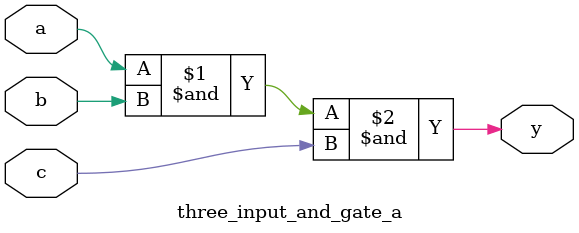
<source format=v>
`timescale 1ns / 1ps

//////////////////////////////////////////////////////////////////////////////////


module three_input_and_gate_a(
input a,
input b,
input c,
output y
    );
    assign y=(a&b&c);
endmodule

</source>
